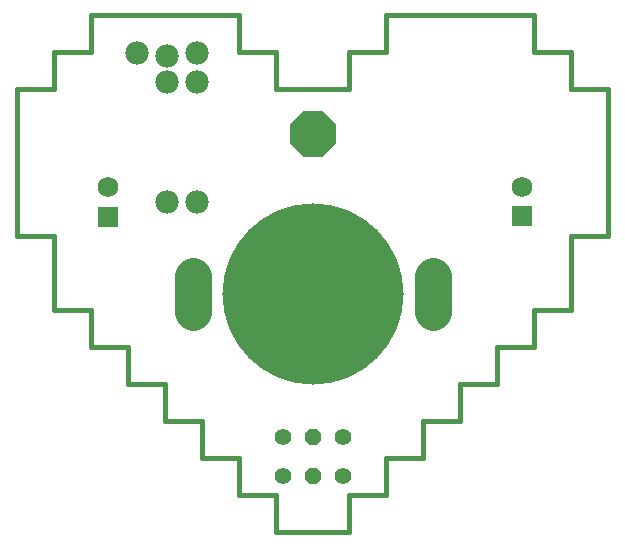
<source format=gts>
G75*
%MOIN*%
%OFA0B0*%
%FSLAX25Y25*%
%IPPOS*%
%LPD*%
%AMOC8*
5,1,8,0,0,1.08239X$1,22.5*
%
%ADD10C,0.01600*%
%ADD11C,0.60400*%
%ADD12C,0.12400*%
%ADD13R,0.06900X0.06900*%
%ADD14C,0.06900*%
%ADD15C,0.07800*%
%ADD16OC8,0.15400*%
%ADD17OC8,0.05600*%
%ADD18C,0.05600*%
D10*
X0075619Y0051013D02*
X0075619Y0063316D01*
X0063316Y0063316D01*
X0063316Y0075619D01*
X0051013Y0075619D01*
X0051013Y0087922D01*
X0038709Y0087922D01*
X0038709Y0112528D01*
X0026406Y0112528D01*
X0026406Y0161741D01*
X0038709Y0161741D01*
X0038709Y0174044D01*
X0051013Y0174044D01*
X0051013Y0186347D01*
X0100225Y0186347D01*
X0100225Y0174044D01*
X0112528Y0174044D01*
X0112528Y0161741D01*
X0137135Y0161741D01*
X0137135Y0174044D01*
X0149438Y0174044D01*
X0149438Y0186347D01*
X0198650Y0186347D01*
X0198650Y0174044D01*
X0210954Y0174044D01*
X0210954Y0161741D01*
X0223257Y0161741D01*
X0223257Y0112528D01*
X0210954Y0112528D01*
X0210954Y0087922D01*
X0198650Y0087922D01*
X0198650Y0075619D01*
X0186347Y0075619D01*
X0186347Y0063316D01*
X0174044Y0063316D01*
X0174044Y0051013D01*
X0161741Y0051013D01*
X0161741Y0038709D01*
X0149438Y0038709D01*
X0149438Y0026406D01*
X0137135Y0026406D01*
X0137135Y0014103D01*
X0112528Y0014103D01*
X0112528Y0026406D01*
X0100225Y0026406D01*
X0100225Y0038709D01*
X0087922Y0038709D01*
X0087922Y0051013D01*
X0075619Y0051013D01*
D11*
X0124921Y0093242D03*
D12*
X0084921Y0087242D02*
X0084921Y0099242D01*
X0164921Y0099242D02*
X0164921Y0087242D01*
D13*
X0194732Y0119122D03*
X0056801Y0118957D03*
D14*
X0056801Y0128955D03*
X0194732Y0129120D03*
D15*
X0086406Y0124103D03*
X0076406Y0124103D03*
X0076406Y0164103D03*
X0086406Y0164103D03*
X0086406Y0173777D03*
X0076406Y0172777D03*
X0066406Y0173777D03*
D16*
X0124932Y0146626D03*
D17*
X0124946Y0045573D03*
X0124946Y0032581D03*
D18*
X0134946Y0032581D03*
X0134946Y0045573D03*
X0114946Y0045573D03*
X0114946Y0032581D03*
M02*

</source>
